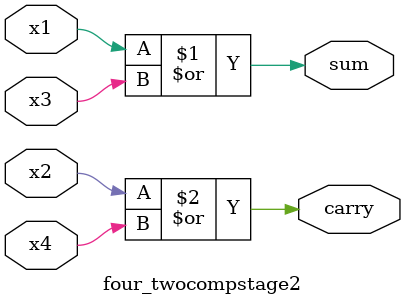
<source format=v>
`timescale 1ns / 1ps
module four_twocompstage2(input x1,x2,x3,x4,output sum,carry);
assign sum=x1|x3;
assign carry = x2|x4;
endmodule
</source>
